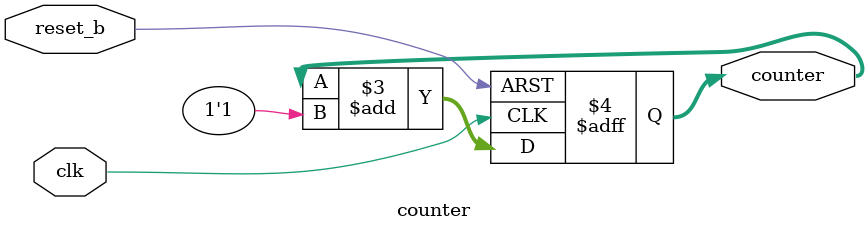
<source format=sv>
module counter (input wire clk,
		input wire reset_b,
		output reg [3:0] counter);

  always @(posedge clk or negedge reset_b) begin
    if (!reset_b) begin
      counter <= '0;
    end else begin
      counter <= counter + 1'b1;
    end
  end
endmodule

</source>
